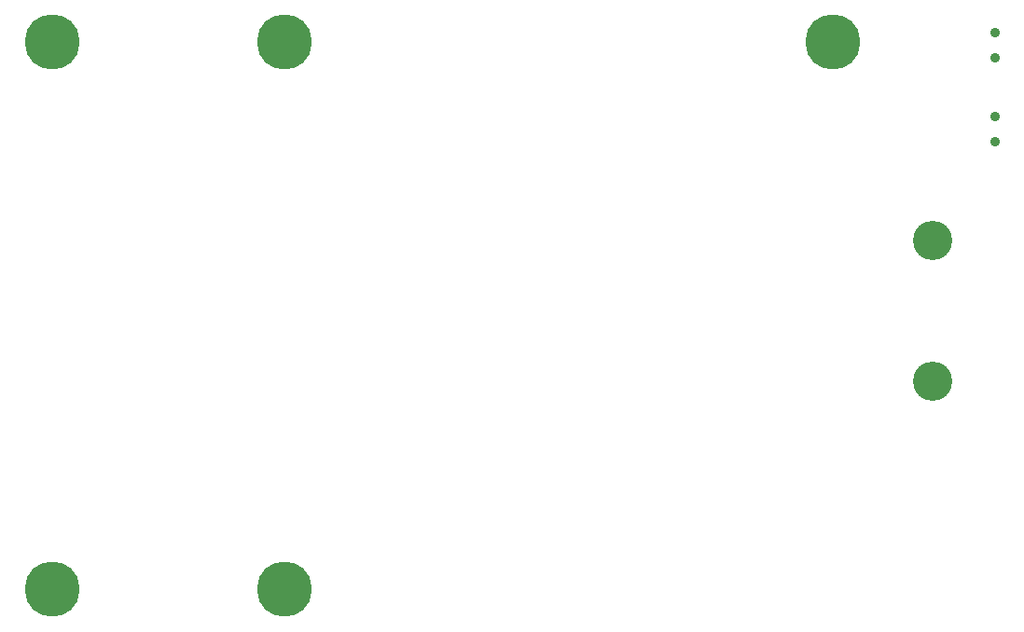
<source format=gbr>
%TF.GenerationSoftware,KiCad,Pcbnew,9.0.5*%
%TF.CreationDate,2025-10-23T11:37:32+01:00*%
%TF.ProjectId,Gotek,476f7465-6b2e-46b6-9963-61645f706362,rev?*%
%TF.SameCoordinates,Original*%
%TF.FileFunction,Soldermask,Bot*%
%TF.FilePolarity,Negative*%
%FSLAX46Y46*%
G04 Gerber Fmt 4.6, Leading zero omitted, Abs format (unit mm)*
G04 Created by KiCad (PCBNEW 9.0.5) date 2025-10-23 11:37:32*
%MOMM*%
%LPD*%
G01*
G04 APERTURE LIST*
%ADD10C,5.000000*%
%ADD11C,0.900000*%
%ADD12C,3.570000*%
G04 APERTURE END LIST*
D10*
%TO.C,H1*%
X118491000Y-60642500D03*
%TD*%
%TO.C,H2*%
X139573000Y-60642500D03*
%TD*%
%TO.C,H3*%
X118491000Y-110363000D03*
%TD*%
%TO.C,H4*%
X139573000Y-110363000D03*
%TD*%
%TO.C,H5*%
X189357000Y-60642500D03*
%TD*%
D11*
%TO.C,S4*%
X204108000Y-69730000D03*
X204108000Y-67430000D03*
%TD*%
%TO.C,S3*%
X204108000Y-62110000D03*
X204108000Y-59810000D03*
%TD*%
D12*
%TO.C,P3*%
X198424800Y-91463800D03*
X198424800Y-78663800D03*
%TD*%
M02*

</source>
